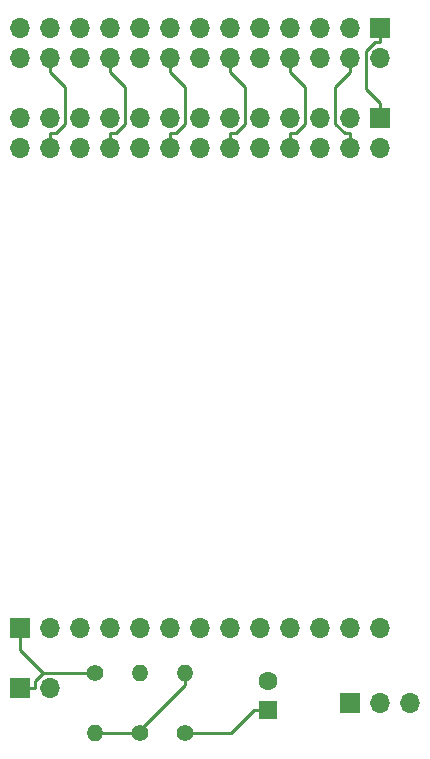
<source format=gbl>
G04 #@! TF.FileFunction,Copper,L2,Bot,Signal*
%FSLAX46Y46*%
G04 Gerber Fmt 4.6, Leading zero omitted, Abs format (unit mm)*
G04 Created by KiCad (PCBNEW 4.0.1-stable) date 2017/08/26 19:12:35*
%MOMM*%
G01*
G04 APERTURE LIST*
%ADD10C,0.100000*%
%ADD11R,1.600000X1.600000*%
%ADD12C,1.600000*%
%ADD13R,1.700000X1.700000*%
%ADD14O,1.700000X1.700000*%
%ADD15C,1.400000*%
%ADD16O,1.400000X1.400000*%
%ADD17C,0.250000*%
G04 APERTURE END LIST*
D10*
D11*
X139573000Y-128270000D03*
D12*
X139573000Y-125770000D03*
D13*
X118618000Y-121285000D03*
D14*
X121158000Y-121285000D03*
X123698000Y-121285000D03*
X126238000Y-121285000D03*
X128778000Y-121285000D03*
X131318000Y-121285000D03*
X133858000Y-121285000D03*
X136398000Y-121285000D03*
X138938000Y-121285000D03*
X141478000Y-121285000D03*
X144018000Y-121285000D03*
X146558000Y-121285000D03*
X149098000Y-121285000D03*
D13*
X149098000Y-70485000D03*
D14*
X149098000Y-73025000D03*
X146558000Y-70485000D03*
X146558000Y-73025000D03*
X144018000Y-70485000D03*
X144018000Y-73025000D03*
X141478000Y-70485000D03*
X141478000Y-73025000D03*
X138938000Y-70485000D03*
X138938000Y-73025000D03*
X136398000Y-70485000D03*
X136398000Y-73025000D03*
X133858000Y-70485000D03*
X133858000Y-73025000D03*
X131318000Y-70485000D03*
X131318000Y-73025000D03*
X128778000Y-70485000D03*
X128778000Y-73025000D03*
X126238000Y-70485000D03*
X126238000Y-73025000D03*
X123698000Y-70485000D03*
X123698000Y-73025000D03*
X121158000Y-70485000D03*
X121158000Y-73025000D03*
X118618000Y-70485000D03*
X118618000Y-73025000D03*
D13*
X146558000Y-127635000D03*
D14*
X149098000Y-127635000D03*
X151638000Y-127635000D03*
D13*
X149098000Y-78105000D03*
D14*
X149098000Y-80645000D03*
X146558000Y-78105000D03*
X146558000Y-80645000D03*
X144018000Y-78105000D03*
X144018000Y-80645000D03*
X141478000Y-78105000D03*
X141478000Y-80645000D03*
X138938000Y-78105000D03*
X138938000Y-80645000D03*
X136398000Y-78105000D03*
X136398000Y-80645000D03*
X133858000Y-78105000D03*
X133858000Y-80645000D03*
X131318000Y-78105000D03*
X131318000Y-80645000D03*
X128778000Y-78105000D03*
X128778000Y-80645000D03*
X126238000Y-78105000D03*
X126238000Y-80645000D03*
X123698000Y-78105000D03*
X123698000Y-80645000D03*
X121158000Y-78105000D03*
X121158000Y-80645000D03*
X118618000Y-78105000D03*
X118618000Y-80645000D03*
D15*
X124968000Y-125095000D03*
D16*
X124968000Y-130175000D03*
D15*
X128778000Y-130175000D03*
D16*
X128778000Y-125095000D03*
D15*
X132588000Y-130175000D03*
D16*
X132588000Y-125095000D03*
D13*
X118618000Y-126365000D03*
D14*
X121158000Y-126365000D03*
D17*
X136492700Y-130175000D02*
X138397700Y-128270000D01*
X132588000Y-130175000D02*
X136492700Y-130175000D01*
X139573000Y-128270000D02*
X138397700Y-128270000D01*
X148638400Y-71710300D02*
X149098000Y-71710300D01*
X147872700Y-72476000D02*
X148638400Y-71710300D01*
X147872700Y-75654400D02*
X147872700Y-72476000D01*
X149098000Y-76879700D02*
X147872700Y-75654400D01*
X149098000Y-78105000D02*
X149098000Y-76879700D01*
X149098000Y-70485000D02*
X149098000Y-71710300D01*
X145288000Y-75520300D02*
X146558000Y-74250300D01*
X145288000Y-78609200D02*
X145288000Y-75520300D01*
X146098500Y-79419700D02*
X145288000Y-78609200D01*
X146558000Y-79419700D02*
X146098500Y-79419700D01*
X146558000Y-80645000D02*
X146558000Y-79419700D01*
X146558000Y-73025000D02*
X146558000Y-74250300D01*
X142748000Y-75520300D02*
X141478000Y-74250300D01*
X142748000Y-78609200D02*
X142748000Y-75520300D01*
X141937500Y-79419700D02*
X142748000Y-78609200D01*
X141478000Y-79419700D02*
X141937500Y-79419700D01*
X141478000Y-80645000D02*
X141478000Y-79419700D01*
X141478000Y-73025000D02*
X141478000Y-74250300D01*
X137668000Y-75520300D02*
X136398000Y-74250300D01*
X137668000Y-78609200D02*
X137668000Y-75520300D01*
X136857500Y-79419700D02*
X137668000Y-78609200D01*
X136398000Y-79419700D02*
X136857500Y-79419700D01*
X136398000Y-80645000D02*
X136398000Y-79419700D01*
X136398000Y-73025000D02*
X136398000Y-74250300D01*
X132588000Y-75520300D02*
X131318000Y-74250300D01*
X132588000Y-78609200D02*
X132588000Y-75520300D01*
X131777500Y-79419700D02*
X132588000Y-78609200D01*
X131318000Y-79419700D02*
X131777500Y-79419700D01*
X131318000Y-80645000D02*
X131318000Y-79419700D01*
X131318000Y-73025000D02*
X131318000Y-74250300D01*
X127508000Y-75520300D02*
X126238000Y-74250300D01*
X127508000Y-78609200D02*
X127508000Y-75520300D01*
X126697500Y-79419700D02*
X127508000Y-78609200D01*
X126238000Y-79419700D02*
X126697500Y-79419700D01*
X126238000Y-80645000D02*
X126238000Y-79419700D01*
X126238000Y-73025000D02*
X126238000Y-74250300D01*
X122428000Y-75520300D02*
X121158000Y-74250300D01*
X122428000Y-78609200D02*
X122428000Y-75520300D01*
X121617500Y-79419700D02*
X122428000Y-78609200D01*
X121158000Y-79419700D02*
X121617500Y-79419700D01*
X121158000Y-80645000D02*
X121158000Y-79419700D01*
X121158000Y-73025000D02*
X121158000Y-74250300D01*
X132588000Y-125095000D02*
X132588000Y-126170300D01*
X128778000Y-129980300D02*
X128778000Y-130175000D01*
X132588000Y-126170300D02*
X128778000Y-129980300D01*
X124968000Y-130175000D02*
X126043300Y-130175000D01*
X128778000Y-130175000D02*
X126043300Y-130175000D01*
X118618000Y-126365000D02*
X119843300Y-126365000D01*
X118618000Y-123139700D02*
X118618000Y-121285000D01*
X120573300Y-125095000D02*
X118618000Y-123139700D01*
X124968000Y-125095000D02*
X120573300Y-125095000D01*
X119843300Y-125825000D02*
X119843300Y-126365000D01*
X120573300Y-125095000D02*
X119843300Y-125825000D01*
M02*

</source>
